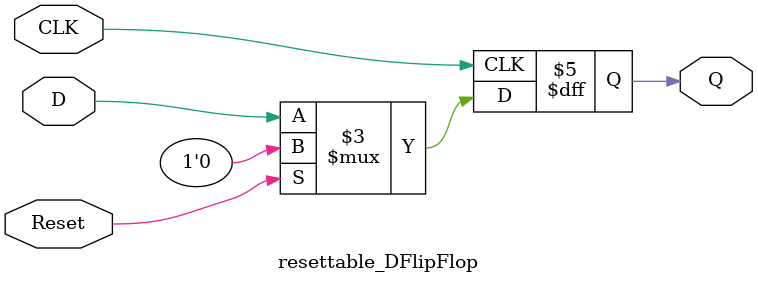
<source format=sv>
`timescale 1ns / 1ps


module resettable_DFlipFlop(input logic CLK, Reset, D,
  			         output logic Q  );
    always_ff @(posedge CLK) begin
   	    if (Reset) Q <= 1'b0; //Q gets 0 when Reset is 1
    	else Q <= D;
    end
endmodule


</source>
